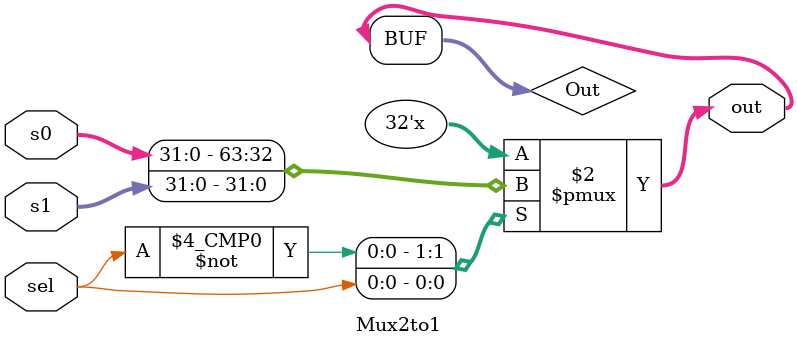
<source format=v>
module Mux2to1 #(
    parameter size = 32
) 
(
    input sel,                      // Selector
    input signed [size-1:0] s0,     // Input 0
    input signed [size-1:0] s1,     // Input 1
    output signed [size-1:0] out    // Output
);
    // TODO: implement your 2to1 multiplexer here
    reg signed [size-1:0] Out;
    assign out = Out;
    always @(*) begin
        case(sel)
            1'b0: Out = s0;
            1'b1: Out = s1;
            default: Out = 0;
        endcase
    end
    
endmodule


</source>
